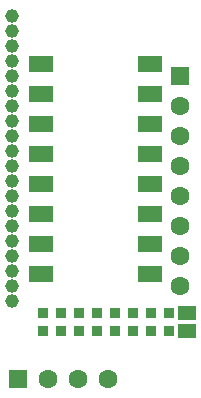
<source format=gbr>
G04*
G04 #@! TF.GenerationSoftware,Altium Limited,Altium Designer,24.9.1 (31)*
G04*
G04 Layer_Color=16711935*
%FSLAX25Y25*%
%MOIN*%
G70*
G04*
G04 #@! TF.SameCoordinates,DAC1C6B3-9DD7-490D-B82B-BCBA8ACD2817*
G04*
G04*
G04 #@! TF.FilePolarity,Negative*
G04*
G01*
G75*
%ADD18R,0.03600X0.03400*%
%ADD23C,0.04600*%
%ADD24C,0.06306*%
%ADD25R,0.06306X0.06306*%
%ADD26R,0.06300X0.06300*%
%ADD27C,0.06300*%
%ADD46R,0.05912X0.04731*%
%ADD47R,0.08100X0.05700*%
D18*
X21500Y46050D02*
D03*
Y39950D02*
D03*
X27500Y46050D02*
D03*
Y39950D02*
D03*
X33500Y46050D02*
D03*
Y39950D02*
D03*
X39500Y46050D02*
D03*
Y39950D02*
D03*
X45500Y46050D02*
D03*
Y39950D02*
D03*
X51500Y46050D02*
D03*
Y39950D02*
D03*
X57500Y46050D02*
D03*
Y39950D02*
D03*
X63500Y46050D02*
D03*
Y39950D02*
D03*
D23*
X11000Y50000D02*
D03*
Y55000D02*
D03*
Y60000D02*
D03*
Y65000D02*
D03*
Y70000D02*
D03*
Y75000D02*
D03*
Y80000D02*
D03*
Y85000D02*
D03*
Y90000D02*
D03*
Y95000D02*
D03*
Y100000D02*
D03*
Y105000D02*
D03*
Y110000D02*
D03*
Y115000D02*
D03*
Y120000D02*
D03*
Y125000D02*
D03*
Y130000D02*
D03*
Y135000D02*
D03*
Y140000D02*
D03*
Y145000D02*
D03*
D24*
X67000Y55000D02*
D03*
Y65000D02*
D03*
Y75000D02*
D03*
Y85000D02*
D03*
Y95000D02*
D03*
Y105000D02*
D03*
Y115000D02*
D03*
D25*
Y125000D02*
D03*
D26*
X13000Y24000D02*
D03*
D27*
X23000D02*
D03*
X33000D02*
D03*
X43000D02*
D03*
D46*
X69500Y40047D02*
D03*
Y45953D02*
D03*
D47*
X57100Y129000D02*
D03*
Y119000D02*
D03*
Y109000D02*
D03*
Y99000D02*
D03*
Y89000D02*
D03*
Y79000D02*
D03*
Y69000D02*
D03*
Y59000D02*
D03*
X20900D02*
D03*
Y69000D02*
D03*
Y79000D02*
D03*
Y89000D02*
D03*
Y99000D02*
D03*
Y109000D02*
D03*
Y119000D02*
D03*
Y129000D02*
D03*
M02*

</source>
